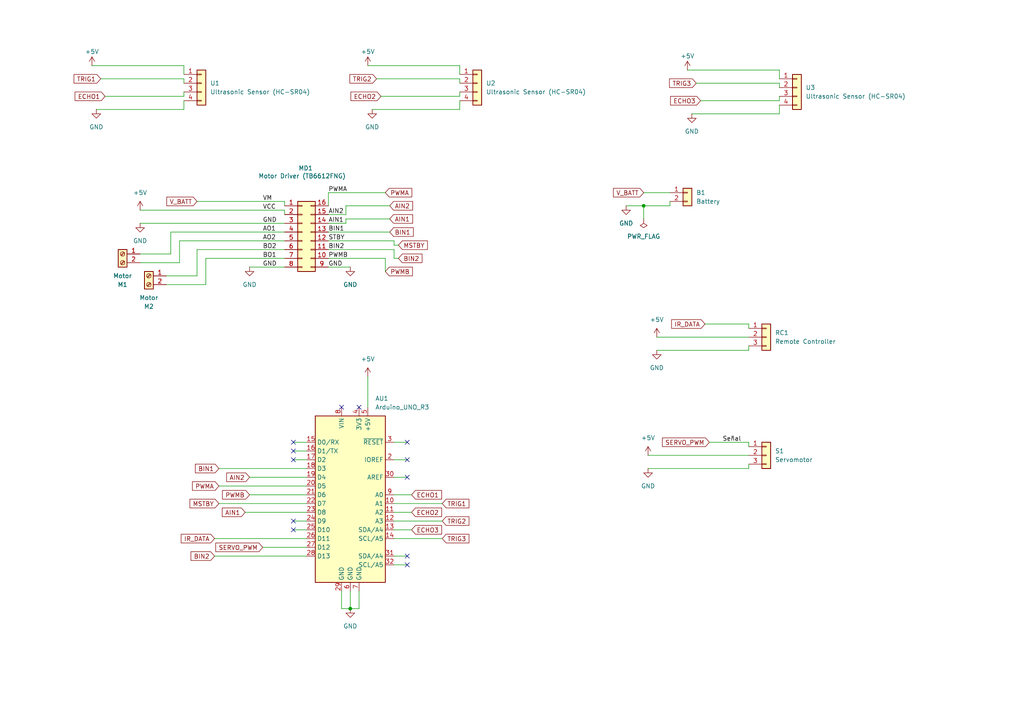
<source format=kicad_sch>
(kicad_sch (version 20250114) (generator "eeschema") (generator_version "9.0")
  (paper "A4")
  (title_block (title "SPIDER") (date "2026-01-09"))
  (lib_symbols
    (symbol "Connector:Screw_Terminal_01x02" (pin_names (offset 1.016) (hide yes))
      (property "Reference" "J" (at 0 2.54 0))
      (property "Value" "Screw_Terminal_01x02" (at 0 -5.08 0))
      (symbol "Screw_Terminal_01x02_1_1"
        (rectangle (start -1.27 1.27) (end 1.27 -3.81) (stroke (width 0.254)) (fill (type background)))
        (polyline (pts (xy -0.5334 0.3302) (xy 0.3302 -0.508)) (stroke (width 0.1524)))
        (polyline (pts (xy -0.5334 -2.2098) (xy 0.3302 -3.048)) (stroke (width 0.1524)))
        (polyline (pts (xy -0.3556 0.508) (xy 0.508 -0.3302)) (stroke (width 0.1524)))
        (polyline (pts (xy -0.3556 -2.032) (xy 0.508 -2.8702)) (stroke (width 0.1524)))
        (circle (center 0 0) (radius 0.635) (stroke (width 0.1524)))
        (circle (center 0 -2.54) (radius 0.635) (stroke (width 0.1524)))
        (pin passive line (at -5.08 0 0) (length 3.81) (name "Pin_1") (number "1"))
        (pin passive line (at -5.08 -2.54 0) (length 3.81) (name "Pin_2") (number "2"))
      )
    )
    (symbol "Connector_Generic:Conn_01x02" (pin_names (offset 1.016) (hide yes))
      (property "Reference" "J" (at 0 2.54 0))
      (property "Value" "Conn_01x02" (at 0 -5.08 0))
      (symbol "Conn_01x02_1_1"
        (rectangle (start -1.27 1.27) (end 1.27 -3.81) (stroke (width 0.254)) (fill (type background)))
        (rectangle (start -1.27 0.127) (end 0 -0.127) (stroke (width 0.1524)))
        (rectangle (start -1.27 -2.413) (end 0 -2.667) (stroke (width 0.1524)))
        (pin passive line (at -5.08 0 0) (length 3.81) (name "Pin_1") (number "1"))
        (pin passive line (at -5.08 -2.54 0) (length 3.81) (name "Pin_2") (number "2"))
      )
    )
    (symbol "Connector_Generic:Conn_01x03" (pin_names (offset 1.016) (hide yes))
      (property "Reference" "J" (at 0 5.08 0))
      (property "Value" "Conn_01x03" (at 0 -5.08 0))
      (symbol "Conn_01x03_1_1"
        (rectangle (start -1.27 3.81) (end 1.27 -3.81) (stroke (width 0.254)) (fill (type background)))
        (rectangle (start -1.27 2.667) (end 0 2.413) (stroke (width 0.1524)))
        (rectangle (start -1.27 0.127) (end 0 -0.127) (stroke (width 0.1524)))
        (rectangle (start -1.27 -2.413) (end 0 -2.667) (stroke (width 0.1524)))
        (pin passive line (at -5.08 2.54 0) (length 3.81) (name "Pin_1") (number "1"))
        (pin passive line (at -5.08 0 0) (length 3.81) (name "Pin_2") (number "2"))
        (pin passive line (at -5.08 -2.54 0) (length 3.81) (name "Pin_3") (number "3"))
      )
    )
    (symbol "Connector_Generic:Conn_01x04" (pin_names (offset 1.016) (hide yes))
      (property "Reference" "J" (at 0 5.08 0))
      (property "Value" "Conn_01x04" (at 0 -7.62 0))
      (symbol "Conn_01x04_1_1"
        (rectangle (start -1.27 3.81) (end 1.27 -6.35) (stroke (width 0.254)) (fill (type background)))
        (rectangle (start -1.27 2.667) (end 0 2.413) (stroke (width 0.1524)))
        (rectangle (start -1.27 0.127) (end 0 -0.127) (stroke (width 0.1524)))
        (rectangle (start -1.27 -2.413) (end 0 -2.667) (stroke (width 0.1524)))
        (rectangle (start -1.27 -4.953) (end 0 -5.207) (stroke (width 0.1524)))
        (pin passive line (at -5.08 2.54 0) (length 3.81) (name "Pin_1") (number "1"))
        (pin passive line (at -5.08 0 0) (length 3.81) (name "Pin_2") (number "2"))
        (pin passive line (at -5.08 -2.54 0) (length 3.81) (name "Pin_3") (number "3"))
        (pin passive line (at -5.08 -5.08 0) (length 3.81) (name "Pin_4") (number "4"))
      )
    )
    (symbol "Connector_Generic:Conn_02x08_Counter_Clockwise" (pin_names (offset 1.016) (hide yes))
      (property "Reference" "J" (at 1.27 10.16 0))
      (property "Value" "Conn_02x08_Counter_Clockwise" (at 1.27 -12.7 0))
      (symbol "Conn_02x08_Counter_Clockwise_1_1"
        (rectangle (start -1.27 8.89) (end 3.81 -11.43) (stroke (width 0.254)) (fill (type background)))
        (rectangle (start -1.27 7.747) (end 0 7.493) (stroke (width 0.1524)))
        (rectangle (start -1.27 5.207) (end 0 4.953) (stroke (width 0.1524)))
        (rectangle (start -1.27 2.667) (end 0 2.413) (stroke (width 0.1524)))
        (rectangle (start -1.27 0.127) (end 0 -0.127) (stroke (width 0.1524)))
        (rectangle (start -1.27 -2.413) (end 0 -2.667) (stroke (width 0.1524)))
        (rectangle (start -1.27 -4.953) (end 0 -5.207) (stroke (width 0.1524)))
        (rectangle (start -1.27 -7.493) (end 0 -7.747) (stroke (width 0.1524)))
        (rectangle (start -1.27 -10.033) (end 0 -10.287) (stroke (width 0.1524)))
        (rectangle (start 3.81 7.747) (end 2.54 7.493) (stroke (width 0.1524)))
        (rectangle (start 3.81 5.207) (end 2.54 4.953) (stroke (width 0.1524)))
        (rectangle (start 3.81 2.667) (end 2.54 2.413) (stroke (width 0.1524)))
        (rectangle (start 3.81 0.127) (end 2.54 -0.127) (stroke (width 0.1524)))
        (rectangle (start 3.81 -2.413) (end 2.54 -2.667) (stroke (width 0.1524)))
        (rectangle (start 3.81 -4.953) (end 2.54 -5.207) (stroke (width 0.1524)))
        (rectangle (start 3.81 -7.493) (end 2.54 -7.747) (stroke (width 0.1524)))
        (rectangle (start 3.81 -10.033) (end 2.54 -10.287) (stroke (width 0.1524)))
        (pin passive line (at -5.08 7.62 0) (length 3.81) (name "Pin_1") (number "1"))
        (pin passive line (at -5.08 5.08 0) (length 3.81) (name "Pin_2") (number "2"))
        (pin passive line (at -5.08 2.54 0) (length 3.81) (name "Pin_3") (number "3"))
        (pin passive line (at -5.08 0 0) (length 3.81) (name "Pin_4") (number "4"))
        (pin passive line (at -5.08 -2.54 0) (length 3.81) (name "Pin_5") (number "5"))
        (pin passive line (at -5.08 -5.08 0) (length 3.81) (name "Pin_6") (number "6"))
        (pin passive line (at -5.08 -7.62 0) (length 3.81) (name "Pin_7") (number "7"))
        (pin passive line (at -5.08 -10.16 0) (length 3.81) (name "Pin_8") (number "8"))
        (pin passive line (at 7.62 7.62 180) (length 3.81) (name "Pin_16") (number "16"))
        (pin passive line (at 7.62 5.08 180) (length 3.81) (name "Pin_15") (number "15"))
        (pin passive line (at 7.62 2.54 180) (length 3.81) (name "Pin_14") (number "14"))
        (pin passive line (at 7.62 0 180) (length 3.81) (name "Pin_13") (number "13"))
        (pin passive line (at 7.62 -2.54 180) (length 3.81) (name "Pin_12") (number "12"))
        (pin passive line (at 7.62 -5.08 180) (length 3.81) (name "Pin_11") (number "11"))
        (pin passive line (at 7.62 -7.62 180) (length 3.81) (name "Pin_10") (number "10"))
        (pin passive line (at 7.62 -10.16 180) (length 3.81) (name "Pin_9") (number "9"))
      )
    )
    (symbol "GND_1" (power) (pin_numbers (hide yes)) (pin_names (offset 0) (hide yes))
      (property "Value" "GND" (at 0 -3.81 0))
      (symbol "GND_1_0_1"
        (polyline (pts (xy 0 0) (xy 0 -1.27) (xy 1.27 -1.27) (xy 0 -2.54) (xy -1.27 -1.27) (xy 0 -1.27)))
      )
      (symbol "GND_1_1_1"
        (pin power_in line (at 0 0 270) (length 0) (name "~") (number "1"))
      )
    )
    (symbol "GND_2" (power) (pin_numbers (hide yes)) (pin_names (offset 0) (hide yes))
      (property "Value" "GND" (at 0 -3.81 0))
      (symbol "GND_2_0_1"
        (polyline (pts (xy 0 0) (xy 0 -1.27) (xy 1.27 -1.27) (xy 0 -2.54) (xy -1.27 -1.27) (xy 0 -1.27)))
      )
      (symbol "GND_2_1_1"
        (pin power_in line (at 0 0 270) (length 0) (name "~") (number "1"))
      )
    )
    (symbol "GND_3" (power) (pin_numbers (hide yes)) (pin_names (offset 0) (hide yes))
      (property "Value" "GND" (at 0 -3.81 0))
      (symbol "GND_3_0_1"
        (polyline (pts (xy 0 0) (xy 0 -1.27) (xy 1.27 -1.27) (xy 0 -2.54) (xy -1.27 -1.27) (xy 0 -1.27)))
      )
      (symbol "GND_3_1_1"
        (pin power_in line (at 0 0 270) (length 0) (name "~") (number "1"))
      )
    )
    (symbol "GND_4" (power) (pin_numbers (hide yes)) (pin_names (offset 0) (hide yes))
      (property "Value" "GND" (at 0 -3.81 0))
      (symbol "GND_4_0_1"
        (polyline (pts (xy 0 0) (xy 0 -1.27) (xy 1.27 -1.27) (xy 0 -2.54) (xy -1.27 -1.27) (xy 0 -1.27)))
      )
      (symbol "GND_4_1_1"
        (pin power_in line (at 0 0 270) (length 0) (name "~") (number "1"))
      )
    )
    (symbol "MCU_Module:Arduino_UNO_R3"
      (property "Reference" "A" (at -10.16 23.495 0))
      (property "Value" "Arduino_UNO_R3" (at 5.08 -26.67 0))
      (symbol "Arduino_UNO_R3_0_1"
        (rectangle (start -10.16 22.86) (end 10.16 -25.4) (stroke (width 0.254)) (fill (type background)))
      )
      (symbol "Arduino_UNO_R3_1_1"
        (pin bidirectional line (at -12.7 15.24 0) (length 2.54) (name "D0/RX") (number "15"))
        (pin bidirectional line (at -12.7 12.7 0) (length 2.54) (name "D1/TX") (number "16"))
        (pin bidirectional line (at -12.7 10.16 0) (length 2.54) (name "D2") (number "17"))
        (pin bidirectional line (at -12.7 7.62 0) (length 2.54) (name "D3") (number "18"))
        (pin bidirectional line (at -12.7 5.08 0) (length 2.54) (name "D4") (number "19"))
        (pin bidirectional line (at -12.7 2.54 0) (length 2.54) (name "D5") (number "20"))
        (pin bidirectional line (at -12.7 0 0) (length 2.54) (name "D6") (number "21"))
        (pin bidirectional line (at -12.7 -2.54 0) (length 2.54) (name "D7") (number "22"))
        (pin bidirectional line (at -12.7 -5.08 0) (length 2.54) (name "D8") (number "23"))
        (pin bidirectional line (at -12.7 -7.62 0) (length 2.54) (name "D9") (number "24"))
        (pin bidirectional line (at -12.7 -10.16 0) (length 2.54) (name "D10") (number "25"))
        (pin bidirectional line (at -12.7 -12.7 0) (length 2.54) (name "D11") (number "26"))
        (pin bidirectional line (at -12.7 -15.24 0) (length 2.54) (name "D12") (number "27"))
        (pin bidirectional line (at -12.7 -17.78 0) (length 2.54) (name "D13") (number "28"))
        (pin no_connect line (at -10.16 -20.32 0) (length 2.54) (hide yes) (name "NC") (number "1"))
        (pin power_in line (at -2.54 25.4 270) (length 2.54) (name "VIN") (number "8"))
        (pin power_in line (at -2.54 -27.94 90) (length 2.54) (name "GND") (number "29"))
        (pin power_in line (at 0 -27.94 90) (length 2.54) (name "GND") (number "6"))
        (pin power_out line (at 2.54 25.4 270) (length 2.54) (name "3V3") (number "4"))
        (pin power_in line (at 2.54 -27.94 90) (length 2.54) (name "GND") (number "7"))
        (pin power_out line (at 5.08 25.4 270) (length 2.54) (name "+5V") (number "5"))
        (pin input line (at 12.7 15.24 180) (length 2.54) (name "~{RESET}") (number "3"))
        (pin output line (at 12.7 10.16 180) (length 2.54) (name "IOREF") (number "2"))
        (pin input line (at 12.7 5.08 180) (length 2.54) (name "AREF") (number "30"))
        (pin bidirectional line (at 12.7 0 180) (length 2.54) (name "A0") (number "9"))
        (pin bidirectional line (at 12.7 -2.54 180) (length 2.54) (name "A1") (number "10"))
        (pin bidirectional line (at 12.7 -5.08 180) (length 2.54) (name "A2") (number "11"))
        (pin bidirectional line (at 12.7 -7.62 180) (length 2.54) (name "A3") (number "12"))
        (pin bidirectional line (at 12.7 -10.16 180) (length 2.54) (name "SDA/A4") (number "13"))
        (pin bidirectional line (at 12.7 -12.7 180) (length 2.54) (name "SCL/A5") (number "14"))
        (pin bidirectional line (at 12.7 -17.78 180) (length 2.54) (name "SDA/A4") (number "31"))
        (pin bidirectional line (at 12.7 -20.32 180) (length 2.54) (name "SCL/A5") (number "32"))
      )
    )
    (symbol "Screw_Terminal_01x02_1" (pin_names (offset 1.016) (hide yes))
      (property "Reference" "J" (at 0 2.54 0))
      (property "Value" "Screw_Terminal_01x02" (at 0 -5.08 0))
      (symbol "Screw_Terminal_01x02_1_1_1"
        (rectangle (start -1.27 1.27) (end 1.27 -3.81) (stroke (width 0.254)) (fill (type background)))
        (polyline (pts (xy -0.5334 0.3302) (xy 0.3302 -0.508)) (stroke (width 0.1524)))
        (polyline (pts (xy -0.5334 -2.2098) (xy 0.3302 -3.048)) (stroke (width 0.1524)))
        (polyline (pts (xy -0.3556 0.508) (xy 0.508 -0.3302)) (stroke (width 0.1524)))
        (polyline (pts (xy -0.3556 -2.032) (xy 0.508 -2.8702)) (stroke (width 0.1524)))
        (circle (center 0 0) (radius 0.635) (stroke (width 0.1524)))
        (circle (center 0 -2.54) (radius 0.635) (stroke (width 0.1524)))
        (pin passive line (at -5.08 0 0) (length 3.81) (name "Pin_1") (number "1"))
        (pin passive line (at -5.08 -2.54 0) (length 3.81) (name "Pin_2") (number "2"))
      )
    )
    (symbol "power:+5V" (power) (pin_numbers (hide yes)) (pin_names (offset 0) (hide yes))
      (property "Value" "+5V" (at 0 3.556 0))
      (symbol "+5V_0_1"
        (polyline (pts (xy -0.762 1.27) (xy 0 2.54)))
        (polyline (pts (xy 0 2.54) (xy 0.762 1.27)))
        (polyline (pts (xy 0 0) (xy 0 2.54)))
      )
      (symbol "+5V_1_1"
        (pin power_in line (at 0 0 90) (length 0) (name "~") (number "1"))
      )
    )
    (symbol "power:PWR_FLAG" (power) (pin_numbers (hide yes)) (pin_names (offset 0) (hide yes))
      (property "Value" "PWR_FLAG" (at 0 3.81 0))
      (symbol "PWR_FLAG_0_0"
        (pin power_out line (at 0 0 90) (length 0) (name "~") (number "1"))
      )
      (symbol "PWR_FLAG_0_1"
        (polyline (pts (xy 0 0) (xy 0 1.27) (xy -1.016 1.905) (xy 0 2.54) (xy 1.016 1.905) (xy 0 1.27)))
      )
    )
  )
  (junction (at 186.69 59.69))
  (junction (at 101.6 176.53))
  (no_connect (at 118.11 163.83))
  (no_connect (at 85.09 151.13))
  (no_connect (at 85.09 133.35))
  (no_connect (at 104.14 118.11))
  (no_connect (at 118.11 161.29))
  (no_connect (at 85.09 128.27))
  (no_connect (at 85.09 130.81))
  (no_connect (at 99.06 118.11))
  (no_connect (at 118.11 133.35))
  (no_connect (at 118.11 128.27))
  (no_connect (at 85.09 153.67))
  (no_connect (at 118.11 138.43))
  (wire (pts (xy 62.23 161.29) (xy 88.9 161.29)))
  (wire (pts (xy 217.17 128.27) (xy 217.17 129.54)))
  (wire (pts (xy 57.15 80.01) (xy 57.15 72.39)))
  (wire (pts (xy 190.5 97.79) (xy 217.17 97.79)))
  (wire (pts (xy 114.3 71.12) (xy 114.3 69.85)))
  (wire (pts (xy 203.2 29.21) (xy 226.06 29.21)))
  (wire (pts (xy 133.35 19.05) (xy 133.35 21.59)))
  (wire (pts (xy 40.64 73.66) (xy 49.53 73.66)))
  (wire (pts (xy 106.68 19.05) (xy 133.35 19.05)))
  (wire (pts (xy 57.15 72.39) (xy 82.55 72.39)))
  (wire (pts (xy 186.69 59.69) (xy 194.31 59.69)))
  (wire (pts (xy 63.5 140.97) (xy 88.9 140.97)))
  (wire (pts (xy 104.14 176.53) (xy 101.6 176.53)))
  (wire (pts (xy 72.39 138.43) (xy 88.9 138.43)))
  (wire (pts (xy 53.34 31.75) (xy 53.34 29.21)))
  (wire (pts (xy 85.09 151.13) (xy 88.9 151.13)))
  (wire (pts (xy 72.39 143.51) (xy 88.9 143.51)))
  (wire (pts (xy 72.39 77.47) (xy 82.55 77.47)))
  (wire (pts (xy 110.49 27.94) (xy 133.35 27.94)))
  (wire (pts (xy 187.96 135.89) (xy 217.17 135.89)))
  (wire (pts (xy 63.5 146.05) (xy 88.9 146.05)))
  (wire (pts (xy 63.5 135.89) (xy 88.9 135.89)))
  (wire (pts (xy 200.66 33.02) (xy 226.06 33.02)))
  (wire (pts (xy 95.25 55.88) (xy 111.76 55.88)))
  (wire (pts (xy 104.14 171.45) (xy 104.14 176.53)))
  (wire (pts (xy 114.3 72.39) (xy 95.25 72.39)))
  (wire (pts (xy 114.3 71.12) (xy 115.57 71.12)))
  (wire (pts (xy 40.64 60.96) (xy 82.55 60.96)))
  (wire (pts (xy 85.09 133.35) (xy 88.9 133.35)))
  (wire (pts (xy 82.55 58.42) (xy 82.55 59.69)))
  (wire (pts (xy 30.48 27.94) (xy 53.34 27.94)))
  (wire (pts (xy 52.07 69.85) (xy 82.55 69.85)))
  (wire (pts (xy 57.15 58.42) (xy 82.55 58.42)))
  (wire (pts (xy 95.25 77.47) (xy 101.6 77.47)))
  (wire (pts (xy 114.3 138.43) (xy 118.11 138.43)))
  (wire (pts (xy 113.03 67.31) (xy 95.25 67.31)))
  (wire (pts (xy 82.55 60.96) (xy 82.55 62.23)))
  (wire (pts (xy 59.69 82.55) (xy 59.69 74.93)))
  (wire (pts (xy 100.33 62.23) (xy 95.25 62.23)))
  (wire (pts (xy 76.2 158.75) (xy 88.9 158.75)))
  (wire (pts (xy 40.64 64.77) (xy 82.55 64.77)))
  (wire (pts (xy 100.33 64.77) (xy 95.25 64.77)))
  (wire (pts (xy 226.06 20.32) (xy 226.06 22.86)))
  (wire (pts (xy 114.3 74.93) (xy 114.3 72.39)))
  (wire (pts (xy 194.31 58.42) (xy 194.31 59.69)))
  (wire (pts (xy 59.69 74.93) (xy 82.55 74.93)))
  (wire (pts (xy 114.3 146.05) (xy 128.27 146.05)))
  (wire (pts (xy 186.69 55.88) (xy 194.31 55.88)))
  (wire (pts (xy 226.06 24.13) (xy 226.06 25.4)))
  (wire (pts (xy 186.69 59.69) (xy 186.69 63.5)))
  (wire (pts (xy 204.47 93.98) (xy 217.17 93.98)))
  (wire (pts (xy 100.33 59.69) (xy 100.33 62.23)))
  (wire (pts (xy 62.23 156.21) (xy 88.9 156.21)))
  (wire (pts (xy 111.76 74.93) (xy 111.76 78.74)))
  (wire (pts (xy 95.25 74.93) (xy 111.76 74.93)))
  (wire (pts (xy 114.3 133.35) (xy 118.11 133.35)))
  (wire (pts (xy 217.17 93.98) (xy 217.17 95.25)))
  (wire (pts (xy 85.09 128.27) (xy 88.9 128.27)))
  (wire (pts (xy 48.26 80.01) (xy 57.15 80.01)))
  (wire (pts (xy 95.25 59.69) (xy 95.25 55.88)))
  (wire (pts (xy 100.33 59.69) (xy 113.03 59.69)))
  (wire (pts (xy 217.17 101.6) (xy 217.17 100.33)))
  (wire (pts (xy 114.3 163.83) (xy 118.11 163.83)))
  (wire (pts (xy 133.35 22.86) (xy 133.35 24.13)))
  (wire (pts (xy 107.95 31.75) (xy 133.35 31.75)))
  (wire (pts (xy 217.17 135.89) (xy 217.17 134.62)))
  (wire (pts (xy 85.09 153.67) (xy 88.9 153.67)))
  (wire (pts (xy 100.33 63.5) (xy 100.33 64.77)))
  (wire (pts (xy 99.06 171.45) (xy 99.06 176.53)))
  (wire (pts (xy 53.34 27.94) (xy 53.34 26.67)))
  (wire (pts (xy 114.3 161.29) (xy 118.11 161.29)))
  (wire (pts (xy 71.12 148.59) (xy 88.9 148.59)))
  (wire (pts (xy 48.26 82.55) (xy 59.69 82.55)))
  (wire (pts (xy 226.06 29.21) (xy 226.06 27.94)))
  (wire (pts (xy 27.94 31.75) (xy 53.34 31.75)))
  (wire (pts (xy 114.3 156.21) (xy 128.27 156.21)))
  (wire (pts (xy 133.35 31.75) (xy 133.35 29.21)))
  (wire (pts (xy 85.09 130.81) (xy 88.9 130.81)))
  (wire (pts (xy 49.53 67.31) (xy 82.55 67.31)))
  (wire (pts (xy 53.34 22.86) (xy 53.34 24.13)))
  (wire (pts (xy 52.07 69.85) (xy 52.07 76.2)))
  (wire (pts (xy 114.3 153.67) (xy 119.38 153.67)))
  (wire (pts (xy 49.53 67.31) (xy 49.53 73.66)))
  (wire (pts (xy 99.06 176.53) (xy 101.6 176.53)))
  (wire (pts (xy 226.06 33.02) (xy 226.06 30.48)))
  (wire (pts (xy 40.64 76.2) (xy 52.07 76.2)))
  (wire (pts (xy 114.3 143.51) (xy 119.38 143.51)))
  (wire (pts (xy 29.21 22.86) (xy 53.34 22.86)))
  (wire (pts (xy 101.6 171.45) (xy 101.6 176.53)))
  (wire (pts (xy 26.67 19.05) (xy 53.34 19.05)))
  (wire (pts (xy 133.35 26.67) (xy 133.35 27.94)))
  (wire (pts (xy 187.96 132.08) (xy 217.17 132.08)))
  (wire (pts (xy 114.3 128.27) (xy 118.11 128.27)))
  (wire (pts (xy 113.03 63.5) (xy 100.33 63.5)))
  (wire (pts (xy 114.3 74.93) (xy 115.57 74.93)))
  (wire (pts (xy 109.22 22.86) (xy 133.35 22.86)))
  (wire (pts (xy 114.3 151.13) (xy 128.27 151.13)))
  (wire (pts (xy 53.34 19.05) (xy 53.34 21.59)))
  (wire (pts (xy 205.74 128.27) (xy 217.17 128.27)))
  (wire (pts (xy 190.5 101.6) (xy 217.17 101.6)))
  (wire (pts (xy 114.3 69.85) (xy 95.25 69.85)))
  (wire (pts (xy 199.39 20.32) (xy 226.06 20.32)))
  (wire (pts (xy 201.93 24.13) (xy 226.06 24.13)))
  (wire (pts (xy 181.61 59.69) (xy 186.69 59.69)))
  (wire (pts (xy 106.68 109.22) (xy 106.68 118.11)))
  (wire (pts (xy 114.3 148.59) (xy 119.38 148.59)))
  (label "AIN2" (at 95.25 62.23 0))
  (label "STBY" (at 95.25 69.85 0))
  (label "Señal" (at 209.55 128.27 0))
  (label "PWMA" (at 95.25 55.88 0))
  (label "VCC" (at 76.2 60.96 0))
  (label "GND" (at 76.2 64.77 0))
  (label "BIN1" (at 95.25 67.31 0))
  (label "GND" (at 76.2 77.47 0))
  (label "AO1" (at 76.2 67.31 0))
  (label "BIN2" (at 95.25 72.39 0))
  (label "AIN1" (at 95.25 64.77 0))
  (label "GND" (at 95.25 77.47 0))
  (label "AO2" (at 76.2 69.85 0))
  (label "VM" (at 76.2 58.42 0))
  (label "BO2" (at 76.2 72.39 0))
  (label "PWMB" (at 95.25 74.93 0))
  (label "BO1" (at 76.2 74.93 0))
  (global_label "TRIG3" (shape input) (at 128.27 156.21 0) (property "Intersheetrefs" "${INTERSHEET_REFS}" (effects (hide yes))))
  (global_label "ECHO1" (shape input) (at 30.48 27.94 180) (property "Intersheetrefs" "${INTERSHEET_REFS}" (effects (hide yes))))
  (global_label "TRIG1" (shape input) (at 128.27 146.05 0) (property "Intersheetrefs" "${INTERSHEET_REFS}" (effects (hide yes))))
  (global_label "MSTBY" (shape input) (at 63.5 146.05 180) (property "Intersheetrefs" "${INTERSHEET_REFS}" (effects (hide yes))))
  (global_label "ECHO1" (shape input) (at 119.38 143.51 0) (property "Intersheetrefs" "${INTERSHEET_REFS}" (effects (hide yes))))
  (global_label "AIN2" (shape input) (at 113.03 59.69 0) (property "Intersheetrefs" "${INTERSHEET_REFS}" (effects (hide yes))))
  (global_label "BIN1" (shape input) (at 113.03 67.31 0) (property "Intersheetrefs" "${INTERSHEET_REFS}" (effects (hide yes))))
  (global_label "V_BATT" (shape input) (at 186.69 55.88 180) (property "Intersheetrefs" "${INTERSHEET_REFS}" (effects (hide yes))))
  (global_label "SERVO_PWM" (shape input) (at 76.2 158.75 180) (property "Intersheetrefs" "${INTERSHEET_REFS}" (effects (hide yes))))
  (global_label "ECHO3" (shape input) (at 203.2 29.21 180) (property "Intersheetrefs" "${INTERSHEET_REFS}" (effects (hide yes))))
  (global_label "BIN1" (shape input) (at 63.5 135.89 180) (property "Intersheetrefs" "${INTERSHEET_REFS}" (effects (hide yes))))
  (global_label "TRIG2" (shape input) (at 128.27 151.13 0) (property "Intersheetrefs" "${INTERSHEET_REFS}" (effects (hide yes))))
  (global_label "ECHO2" (shape input) (at 110.49 27.94 180) (property "Intersheetrefs" "${INTERSHEET_REFS}" (effects (hide yes))))
  (global_label "PWMB" (shape input) (at 111.76 78.74 0) (property "Intersheetrefs" "${INTERSHEET_REFS}" (effects (hide yes))))
  (global_label "MSTBY" (shape input) (at 115.57 71.12 0) (property "Intersheetrefs" "${INTERSHEET_REFS}" (effects (hide yes))))
  (global_label "ECHO2" (shape input) (at 119.38 148.59 0) (property "Intersheetrefs" "${INTERSHEET_REFS}" (effects (hide yes))))
  (global_label "PWMB" (shape input) (at 72.39 143.51 180) (property "Intersheetrefs" "${INTERSHEET_REFS}" (effects (hide yes))))
  (global_label "AIN1" (shape input) (at 71.12 148.59 180) (property "Intersheetrefs" "${INTERSHEET_REFS}" (effects (hide yes))))
  (global_label "PWMA" (shape input) (at 63.5 140.97 180) (property "Intersheetrefs" "${INTERSHEET_REFS}" (effects (hide yes))))
  (global_label "V_BATT" (shape input) (at 57.15 58.42 180) (property "Intersheetrefs" "${INTERSHEET_REFS}" (effects (hide yes))))
  (global_label "AIN1" (shape input) (at 113.03 63.5 0) (property "Intersheetrefs" "${INTERSHEET_REFS}" (effects (hide yes))))
  (global_label "SERVO_PWM" (shape input) (at 205.74 128.27 180) (property "Intersheetrefs" "${INTERSHEET_REFS}" (effects (hide yes))))
  (global_label "PWMA" (shape input) (at 111.76 55.88 0) (property "Intersheetrefs" "${INTERSHEET_REFS}" (effects (hide yes))))
  (global_label "TRIG2" (shape input) (at 109.22 22.86 180) (property "Intersheetrefs" "${INTERSHEET_REFS}" (effects (hide yes))))
  (global_label "IR_DATA" (shape input) (at 62.23 156.21 180) (property "Intersheetrefs" "${INTERSHEET_REFS}" (effects (hide yes))))
  (global_label "AIN2" (shape input) (at 72.39 138.43 180) (property "Intersheetrefs" "${INTERSHEET_REFS}" (effects (hide yes))))
  (global_label "BIN2" (shape input) (at 62.23 161.29 180) (property "Intersheetrefs" "${INTERSHEET_REFS}" (effects (hide yes))))
  (global_label "TRIG3" (shape input) (at 201.93 24.13 180) (property "Intersheetrefs" "${INTERSHEET_REFS}" (effects (hide yes))))
  (global_label "BIN2" (shape input) (at 115.57 74.93 0) (property "Intersheetrefs" "${INTERSHEET_REFS}" (effects (hide yes))))
  (global_label "IR_DATA" (shape input) (at 204.47 93.98 180) (property "Intersheetrefs" "${INTERSHEET_REFS}" (effects (hide yes))))
  (global_label "ECHO3" (shape input) (at 119.38 153.67 0) (property "Intersheetrefs" "${INTERSHEET_REFS}" (effects (hide yes))))
  (global_label "TRIG1" (shape input) (at 29.21 22.86 180) (property "Intersheetrefs" "${INTERSHEET_REFS}" (effects (hide yes))))
  (symbol (lib_name "GND_2") (lib_id "power:GND") (at 101.6 77.47 0) (unit 1)
    (property "Reference" "#PWR011" (effects (hide yes)))
    (property "Value" "GND" (at 101.6 82.55 0))
    (property "Description" "Power symbol creates a global label with name \"GND\" , ground" (effects (hide yes)))
  )
  (symbol (lib_name "GND_4") (lib_id "power:GND") (at 101.6 176.53 0) (unit 1)
    (property "Reference" "#PWR020" (effects (hide yes)))
    (property "Value" "GND" (at 101.6 181.61 0))
    (property "Description" "Power symbol creates a global label with name \"GND\" , ground" (effects (hide yes)))
  )
  (symbol (lib_id "MCU_Module:Arduino_UNO_R3") (at 101.6 143.51 0) (unit 1)
    (property "Reference" "AU1" (at 108.8233 115.57 0) (effects (justify left)))
    (property "Value" "Arduino_UNO_R3" (at 108.8233 118.11 0) (effects (justify left)))
    (property "Footprint" "Module:Arduino_UNO_R3" (effects (hide yes)))
    (property "Datasheet" "https://www.arduino.cc/en/Main/arduinoBoardUno" (effects (hide yes)))
    (property "Description" "Arduino UNO Microcontroller Module, release 3" (effects (hide yes)))
  )
  (symbol (lib_name "Screw_Terminal_01x02_1") (lib_id "Connector:Screw_Terminal_01x02") (at 43.18 80.01 0) (mirror y) (unit 1)
    (property "Reference" "M2" (at 43.18 88.9 0))
    (property "Value" "Motor" (at 43.18 86.36 0))
    (property "Footprint" "TerminalBlock_Phoenix:TerminalBlock_Phoenix_PT-1,5-2-5.0-H_1x02_P5.00mm_Horizontal" (effects (hide yes)))
    (property "Description" "Generic screw terminal, single row, 01x02, script generated (kicad-library-utils/schlib/autogen/connector/)" (effects (hide yes)))
  )
  (symbol (lib_id "Connector_Generic:Conn_01x04") (at 138.43 24.13 0) (unit 1)
    (property "Reference" "U2" (at 140.97 24.1299 0) (effects (justify left)))
    (property "Value" "Ultrasonic Sensor (HC-SR04)" (at 140.97 26.6699 0) (effects (justify left)))
    (property "Footprint" "Connector_PinHeader_2.54mm:PinHeader_1x04_P2.54mm_Vertical" (effects (hide yes)))
    (property "Description" "Generic connector, single row, 01x04, script generated (kicad-library-utils/schlib/autogen/connector/)" (effects (hide yes)))
  )
  (symbol (lib_id "Connector_Generic:Conn_01x04") (at 231.14 25.4 0) (unit 1)
    (property "Reference" "U3" (at 233.68 25.3999 0) (effects (justify left)))
    (property "Value" "Ultrasonic Sensor (HC-SR04)" (at 233.68 27.9399 0) (effects (justify left)))
    (property "Footprint" "Connector_PinHeader_2.54mm:PinHeader_1x04_P2.54mm_Vertical" (effects (hide yes)))
    (property "Description" "Generic connector, single row, 01x04, script generated (kicad-library-utils/schlib/autogen/connector/)" (effects (hide yes)))
  )
  (symbol (lib_id "power:PWR_FLAG") (at 186.69 63.5 0) (mirror x) (unit 1)
    (property "Reference" "#FLG02" (effects (hide yes)))
    (property "Value" "PWR_FLAG" (at 186.69 68.58 0))
    (property "Description" "Special symbol for telling ERC where power comes from" (effects (hide yes)))
  )
  (symbol (lib_id "power:+5V") (at 187.96 132.08 0) (unit 1)
    (property "Reference" "#PWR016" (effects (hide yes)))
    (property "Value" "+5V" (at 187.96 127 0))
    (property "Description" "Power symbol creates a global label with name \"+5V\"" (effects (hide yes)))
  )
  (symbol (lib_id "Connector_Generic:Conn_02x08_Counter_Clockwise") (at 87.63 67.31 0) (unit 1)
    (property "Reference" "MD1" (at 88.646 48.768 0))
    (property "Value" "Motor Driver (TB6612FNG)" (at 87.63 51.054 0))
    (property "Footprint" "Connector_PinHeader_2.54mm:PinHeader_2x08_P2.54mm_Vertical" (effects (hide yes)))
    (property "Description" "Generic connector, double row, 02x08, counter clockwise pin numbering scheme (similar to DIP package numbering), script generated (kicad-library-utils/schlib/autogen/connector/)" (effects (hide yes)))
  )
  (symbol (lib_name "GND_2") (lib_id "power:GND") (at 72.39 77.47 0) (unit 1)
    (property "Reference" "#PWR012" (effects (hide yes)))
    (property "Value" "GND" (at 72.39 82.55 0))
    (property "Description" "Power symbol creates a global label with name \"GND\" , ground" (effects (hide yes)))
  )
  (symbol (lib_name "GND_1") (lib_id "power:GND") (at 200.66 33.02 0) (unit 1)
    (property "Reference" "#PWR08" (effects (hide yes)))
    (property "Value" "GND" (at 200.66 38.1 0))
    (property "Description" "Power symbol creates a global label with name \"GND\" , ground" (effects (hide yes)))
  )
  (symbol (lib_id "power:+5V") (at 40.64 60.96 0) (unit 1)
    (property "Reference" "#PWR09" (effects (hide yes)))
    (property "Value" "+5V" (at 40.64 55.88 0))
    (property "Description" "Power symbol creates a global label with name \"+5V\"" (effects (hide yes)))
  )
  (symbol (lib_name "GND_3") (lib_id "power:GND") (at 187.96 135.89 0) (unit 1)
    (property "Reference" "#PWR017" (effects (hide yes)))
    (property "Value" "GND" (at 187.96 140.97 0))
    (property "Description" "Power symbol creates a global label with name \"GND\" , ground" (effects (hide yes)))
  )
  (symbol (lib_name "GND_1") (lib_id "power:GND") (at 181.61 59.69 0) (unit 1)
    (property "Reference" "#PWR018" (effects (hide yes)))
    (property "Value" "GND" (at 181.61 64.77 0))
    (property "Description" "Power symbol creates a global label with name \"GND\" , ground" (effects (hide yes)))
  )
  (symbol (lib_id "Connector_Generic:Conn_01x03") (at 222.25 97.79 0) (unit 1)
    (property "Reference" "RC1" (at 224.79 96.5199 0) (effects (justify left)))
    (property "Value" "Remote Controller" (at 224.79 99.0599 0) (effects (justify left)))
    (property "Footprint" "Connector_PinHeader_2.54mm:PinHeader_1x03_P2.54mm_Vertical" (effects (hide yes)))
    (property "Description" "Generic connector, single row, 01x03, script generated (kicad-library-utils/schlib/autogen/connector/)" (effects (hide yes)))
  )
  (symbol (lib_id "power:+5V") (at 190.5 97.79 0) (unit 1)
    (property "Reference" "#PWR014" (effects (hide yes)))
    (property "Value" "+5V" (at 190.5 92.71 0))
    (property "Description" "Power symbol creates a global label with name \"+5V\"" (effects (hide yes)))
  )
  (symbol (lib_name "GND_2") (lib_id "power:GND") (at 40.64 64.77 0) (unit 1)
    (property "Reference" "#PWR010" (effects (hide yes)))
    (property "Value" "GND" (at 40.64 69.85 0))
    (property "Description" "Power symbol creates a global label with name \"GND\" , ground" (effects (hide yes)))
  )
  (symbol (lib_name "GND_1") (lib_id "power:GND") (at 27.94 31.75 0) (unit 1)
    (property "Reference" "#PWR03" (effects (hide yes)))
    (property "Value" "GND" (at 27.94 36.83 0))
    (property "Description" "Power symbol creates a global label with name \"GND\" , ground" (effects (hide yes)))
  )
  (symbol (lib_id "Connector_Generic:Conn_01x02") (at 199.39 55.88 0) (unit 1)
    (property "Reference" "B1" (at 201.93 55.8799 0) (effects (justify left)))
    (property "Value" "Battery" (at 201.93 58.4199 0) (effects (justify left)))
    (property "Footprint" "TerminalBlock_Phoenix:TerminalBlock_Phoenix_PT-1,5-2-5.0-H_1x02_P5.00mm_Horizontal" (effects (hide yes)))
    (property "Description" "Generic connector, single row, 01x02, script generated (kicad-library-utils/schlib/autogen/connector/)" (effects (hide yes)))
  )
  (symbol (lib_id "Connector_Generic:Conn_01x04") (at 58.42 24.13 0) (unit 1)
    (property "Reference" "U1" (at 60.96 24.1299 0) (effects (justify left)))
    (property "Value" "Ultrasonic Sensor (HC-SR04)" (at 60.96 26.6699 0) (effects (justify left)))
    (property "Footprint" "Connector_PinHeader_2.54mm:PinHeader_1x04_P2.54mm_Vertical" (effects (hide yes)))
    (property "Description" "Generic connector, single row, 01x04, script generated (kicad-library-utils/schlib/autogen/connector/)" (effects (hide yes)))
  )
  (symbol (lib_id "power:+5V") (at 26.67 19.05 0) (unit 1)
    (property "Reference" "#PWR04" (effects (hide yes)))
    (property "Value" "+5V" (at 26.67 14.986 0))
    (property "Description" "Power symbol creates a global label with name \"+5V\"" (effects (hide yes)))
  )
  (symbol (lib_id "power:+5V") (at 106.68 109.22 0) (unit 1)
    (property "Reference" "#PWR019" (effects (hide yes)))
    (property "Value" "+5V" (at 106.68 104.14 0))
    (property "Description" "Power symbol creates a global label with name \"+5V\"" (effects (hide yes)))
  )
  (symbol (lib_id "power:+5V") (at 106.68 19.05 0) (unit 1)
    (property "Reference" "#PWR05" (effects (hide yes)))
    (property "Value" "+5V" (at 106.68 14.986 0))
    (property "Description" "Power symbol creates a global label with name \"+5V\"" (effects (hide yes)))
  )
  (symbol (lib_id "Connector_Generic:Conn_01x03") (at 222.25 132.08 0) (unit 1)
    (property "Reference" "S1" (at 224.79 130.8099 0) (effects (justify left)))
    (property "Value" "Servomotor" (at 224.79 133.3499 0) (effects (justify left)))
    (property "Footprint" "Connector_PinHeader_2.54mm:PinHeader_1x03_P2.54mm_Vertical" (effects (hide yes)))
    (property "Description" "Generic connector, single row, 01x03, script generated (kicad-library-utils/schlib/autogen/connector/)" (effects (hide yes)))
  )
  (symbol (lib_id "Connector:Screw_Terminal_01x02") (at 35.56 73.66 0) (mirror y) (unit 1)
    (property "Reference" "M1" (at 35.56 82.55 0))
    (property "Value" "Motor" (at 35.56 80.01 0))
    (property "Footprint" "TerminalBlock_Phoenix:TerminalBlock_Phoenix_PT-1,5-2-5.0-H_1x02_P5.00mm_Horizontal" (effects (hide yes)))
    (property "Description" "Generic screw terminal, single row, 01x02, script generated (kicad-library-utils/schlib/autogen/connector/)" (effects (hide yes)))
  )
  (symbol (lib_name "GND_1") (lib_id "power:GND") (at 107.95 31.75 0) (unit 1)
    (property "Reference" "#PWR06" (effects (hide yes)))
    (property "Value" "GND" (at 107.95 36.83 0))
    (property "Description" "Power symbol creates a global label with name \"GND\" , ground" (effects (hide yes)))
  )
  (symbol (lib_name "GND_3") (lib_id "power:GND") (at 190.5 101.6 0) (unit 1)
    (property "Reference" "#PWR015" (effects (hide yes)))
    (property "Value" "GND" (at 190.5 106.68 0))
    (property "Description" "Power symbol creates a global label with name \"GND\" , ground" (effects (hide yes)))
  )
  (symbol (lib_id "power:+5V") (at 199.39 20.32 0) (unit 1)
    (property "Reference" "#PWR07" (effects (hide yes)))
    (property "Value" "+5V" (at 199.39 16.256 0))
    (property "Description" "Power symbol creates a global label with name \"+5V\"" (effects (hide yes)))
  )
)
</source>
